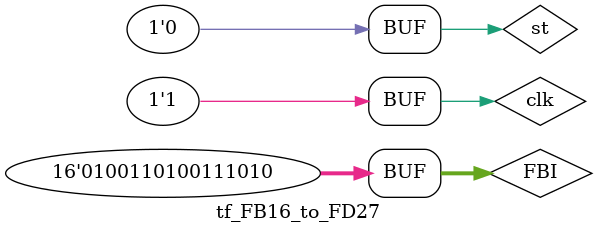
<source format=v>
`timescale 1ns / 1ps


module tf_FB16_to_FD27;

	// Inputs
	reg [15:0] FBI;
	reg clk;
	reg st;

	// Outputs
	wire [26:0] FDO;
	wire [4:0] cb_tact;
	wire EN_conv;
	wire ok_conv;

	// Instantiate the Unit Under Test (UUT)
	FB16_to_FD27 uut (
		.FDO(FDO), 
		.FBI(FBI), 
		.cb_tact(cb_tact), 
		.clk(clk), 
		.EN_conv(EN_conv), 
		.st(st), 
		.ok_conv(ok_conv)
	);

parameter Tclk = 20; //Tclk=1/Fclk=1/50 mHz = 20 ns
always begin clk=0 ; #(Tclk/2) clk=1; #(Tclk/2) ; end

	initial begin
		// Initialize Inputs
		FBI = 0;
		clk = 0;
		st = 0;

		// Wait 100 ns for global reset to finish
		#100;
      FBI = 16'b0100110100111010;
		st = 1;
		#20; st = 0;
		// Add stimulus here

	end
      
endmodule


</source>
